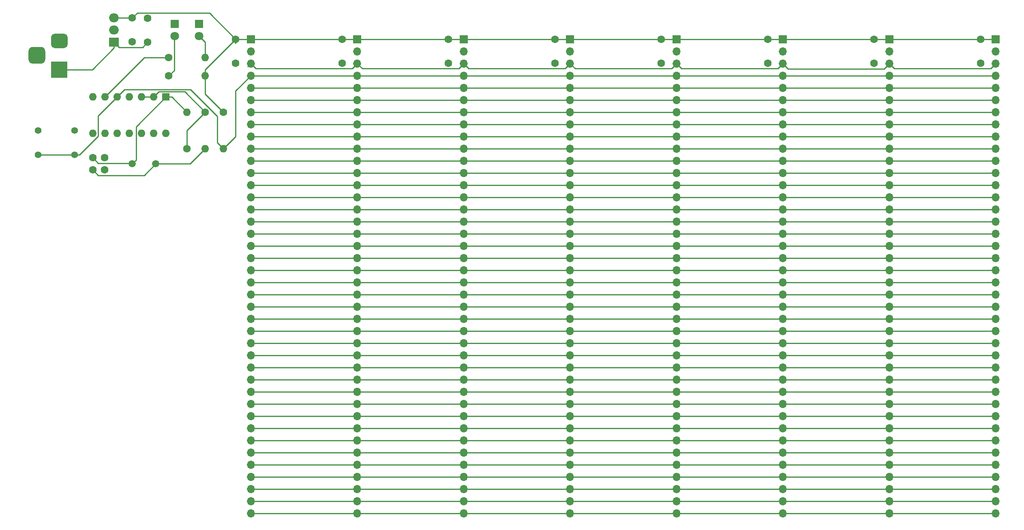
<source format=gbr>
%TF.GenerationSoftware,KiCad,Pcbnew,5.1.6-c6e7f7d~87~ubuntu18.04.1*%
%TF.CreationDate,2020-07-13T16:32:38+01:00*%
%TF.ProjectId,MainBoard_Rev1,4d61696e-426f-4617-9264-5f526576312e,rev?*%
%TF.SameCoordinates,Original*%
%TF.FileFunction,Copper,L1,Top*%
%TF.FilePolarity,Positive*%
%FSLAX46Y46*%
G04 Gerber Fmt 4.6, Leading zero omitted, Abs format (unit mm)*
G04 Created by KiCad (PCBNEW 5.1.6-c6e7f7d~87~ubuntu18.04.1) date 2020-07-13 16:32:38*
%MOMM*%
%LPD*%
G01*
G04 APERTURE LIST*
%TA.AperFunction,ComponentPad*%
%ADD10C,1.600000*%
%TD*%
%TA.AperFunction,ComponentPad*%
%ADD11C,1.500000*%
%TD*%
%TA.AperFunction,ComponentPad*%
%ADD12O,1.600000X1.600000*%
%TD*%
%TA.AperFunction,ComponentPad*%
%ADD13O,2.000000X1.905000*%
%TD*%
%TA.AperFunction,ComponentPad*%
%ADD14R,2.000000X1.905000*%
%TD*%
%TA.AperFunction,ComponentPad*%
%ADD15R,1.600000X1.600000*%
%TD*%
%TA.AperFunction,ComponentPad*%
%ADD16C,1.397000*%
%TD*%
%TA.AperFunction,ComponentPad*%
%ADD17O,1.700000X1.700000*%
%TD*%
%TA.AperFunction,ComponentPad*%
%ADD18R,1.700000X1.700000*%
%TD*%
%TA.AperFunction,ComponentPad*%
%ADD19R,3.500000X3.500000*%
%TD*%
%TA.AperFunction,ComponentPad*%
%ADD20C,1.800000*%
%TD*%
%TA.AperFunction,ComponentPad*%
%ADD21R,1.800000X1.800000*%
%TD*%
%TA.AperFunction,Conductor*%
%ADD22C,0.250000*%
%TD*%
G04 APERTURE END LIST*
D10*
%TO.P,C12,2*%
%TO.N,/GND*%
X230505000Y-57070000D03*
%TO.P,C12,1*%
%TO.N,/+5V*%
X230505000Y-52070000D03*
%TD*%
%TO.P,C11,2*%
%TO.N,/GND*%
X208280000Y-57110000D03*
%TO.P,C11,1*%
%TO.N,/+5V*%
X208280000Y-52110000D03*
%TD*%
%TO.P,C10,2*%
%TO.N,/GND*%
X186055000Y-57070000D03*
%TO.P,C10,1*%
%TO.N,/+5V*%
X186055000Y-52070000D03*
%TD*%
%TO.P,C9,2*%
%TO.N,/GND*%
X163830000Y-57070000D03*
%TO.P,C9,1*%
%TO.N,/+5V*%
X163830000Y-52070000D03*
%TD*%
%TO.P,C8,2*%
%TO.N,/GND*%
X141605000Y-57070000D03*
%TO.P,C8,1*%
%TO.N,/+5V*%
X141605000Y-52070000D03*
%TD*%
%TO.P,C7,2*%
%TO.N,/GND*%
X119380000Y-57070000D03*
%TO.P,C7,1*%
%TO.N,/+5V*%
X119380000Y-52070000D03*
%TD*%
%TO.P,C6,2*%
%TO.N,/GND*%
X97155000Y-57070000D03*
%TO.P,C6,1*%
%TO.N,/+5V*%
X97155000Y-52070000D03*
%TD*%
%TO.P,C5,2*%
%TO.N,/GND*%
X74930000Y-57070000D03*
%TO.P,C5,1*%
%TO.N,/+5V*%
X74930000Y-52070000D03*
%TD*%
%TO.P,C2,2*%
%TO.N,/GND*%
X53340000Y-52625000D03*
%TO.P,C2,1*%
%TO.N,/+5V*%
X53340000Y-47625000D03*
%TD*%
%TO.P,C1,2*%
%TO.N,/GND*%
X56515000Y-47705000D03*
%TO.P,C1,1*%
%TO.N,Net-(C1-Pad1)*%
X56515000Y-52705000D03*
%TD*%
D11*
%TO.P,Y1,2*%
%TO.N,Net-(C4-Pad1)*%
X58220000Y-78105000D03*
%TO.P,Y1,1*%
%TO.N,Net-(C3-Pad1)*%
X53340000Y-78105000D03*
%TD*%
D12*
%TO.P,R5,2*%
%TO.N,/+5V*%
X68580000Y-59690000D03*
D10*
%TO.P,R5,1*%
%TO.N,Net-(D2-Pad2)*%
X60960000Y-59690000D03*
%TD*%
D12*
%TO.P,R4,2*%
%TO.N,Net-(D1-Pad2)*%
X68580000Y-55880000D03*
D10*
%TO.P,R4,1*%
%TO.N,Net-(R4-Pad1)*%
X60960000Y-55880000D03*
%TD*%
D12*
%TO.P,R3,2*%
%TO.N,Net-(J1-Pad4)*%
X72390000Y-74930000D03*
D10*
%TO.P,R3,1*%
%TO.N,/+5V*%
X72390000Y-67310000D03*
%TD*%
D12*
%TO.P,R2,2*%
%TO.N,Net-(C3-Pad1)*%
X64770000Y-67310000D03*
D10*
%TO.P,R2,1*%
%TO.N,Net-(R1-Pad1)*%
X64770000Y-74930000D03*
%TD*%
D12*
%TO.P,R1,2*%
%TO.N,Net-(C4-Pad1)*%
X68580000Y-74930000D03*
D10*
%TO.P,R1,1*%
%TO.N,Net-(R1-Pad1)*%
X68580000Y-67310000D03*
%TD*%
D13*
%TO.P,U2,3*%
%TO.N,/+5V*%
X49530000Y-47625000D03*
%TO.P,U2,2*%
%TO.N,/GND*%
X49530000Y-50165000D03*
D14*
%TO.P,U2,1*%
%TO.N,Net-(C1-Pad1)*%
X49530000Y-52705000D03*
%TD*%
D12*
%TO.P,U1,14*%
%TO.N,/+5V*%
X60325000Y-71755000D03*
%TO.P,U1,7*%
%TO.N,/GND*%
X45085000Y-64135000D03*
%TO.P,U1,13*%
X57785000Y-71755000D03*
%TO.P,U1,6*%
%TO.N,Net-(R4-Pad1)*%
X47625000Y-64135000D03*
%TO.P,U1,12*%
%TO.N,Net-(U1-Pad12)*%
X55245000Y-71755000D03*
%TO.P,U1,5*%
%TO.N,Net-(J1-Pad4)*%
X50165000Y-64135000D03*
%TO.P,U1,11*%
%TO.N,/GND*%
X52705000Y-71755000D03*
%TO.P,U1,4*%
%TO.N,Net-(J1-Pad3)*%
X52705000Y-64135000D03*
%TO.P,U1,10*%
%TO.N,Net-(U1-Pad10)*%
X50165000Y-71755000D03*
%TO.P,U1,3*%
%TO.N,Net-(R1-Pad1)*%
X55245000Y-64135000D03*
%TO.P,U1,9*%
%TO.N,/GND*%
X47625000Y-71755000D03*
%TO.P,U1,2*%
%TO.N,Net-(R1-Pad1)*%
X57785000Y-64135000D03*
%TO.P,U1,8*%
%TO.N,Net-(U1-Pad8)*%
X45085000Y-71755000D03*
D15*
%TO.P,U1,1*%
%TO.N,Net-(C3-Pad1)*%
X60325000Y-64135000D03*
%TD*%
D16*
%TO.P,SW1,2*%
%TO.N,Net-(J1-Pad4)*%
X33655000Y-76200000D03*
%TO.P,SW1,1*%
%TO.N,/GND*%
X33655000Y-71120000D03*
%TO.P,SW1,2*%
%TO.N,Net-(J1-Pad4)*%
X41275000Y-76200000D03*
%TO.P,SW1,1*%
%TO.N,/GND*%
X41275000Y-71120000D03*
%TD*%
D17*
%TO.P,J9,40*%
%TO.N,Net-(J1-Pad40)*%
X233680000Y-151130000D03*
%TO.P,J9,39*%
%TO.N,Net-(J1-Pad39)*%
X233680000Y-148590000D03*
%TO.P,J9,38*%
%TO.N,Net-(J1-Pad38)*%
X233680000Y-146050000D03*
%TO.P,J9,37*%
%TO.N,Net-(J1-Pad37)*%
X233680000Y-143510000D03*
%TO.P,J9,36*%
%TO.N,Net-(J1-Pad36)*%
X233680000Y-140970000D03*
%TO.P,J9,35*%
%TO.N,Net-(J1-Pad35)*%
X233680000Y-138430000D03*
%TO.P,J9,34*%
%TO.N,Net-(J1-Pad34)*%
X233680000Y-135890000D03*
%TO.P,J9,33*%
%TO.N,Net-(J1-Pad33)*%
X233680000Y-133350000D03*
%TO.P,J9,32*%
%TO.N,Net-(J1-Pad32)*%
X233680000Y-130810000D03*
%TO.P,J9,31*%
%TO.N,Net-(J1-Pad31)*%
X233680000Y-128270000D03*
%TO.P,J9,30*%
%TO.N,Net-(J1-Pad30)*%
X233680000Y-125730000D03*
%TO.P,J9,29*%
%TO.N,Net-(J1-Pad29)*%
X233680000Y-123190000D03*
%TO.P,J9,28*%
%TO.N,Net-(J1-Pad28)*%
X233680000Y-120650000D03*
%TO.P,J9,27*%
%TO.N,Net-(J1-Pad27)*%
X233680000Y-118110000D03*
%TO.P,J9,26*%
%TO.N,Net-(J1-Pad26)*%
X233680000Y-115570000D03*
%TO.P,J9,25*%
%TO.N,Net-(J1-Pad25)*%
X233680000Y-113030000D03*
%TO.P,J9,24*%
%TO.N,Net-(J1-Pad24)*%
X233680000Y-110490000D03*
%TO.P,J9,23*%
%TO.N,Net-(J1-Pad23)*%
X233680000Y-107950000D03*
%TO.P,J9,22*%
%TO.N,Net-(J1-Pad22)*%
X233680000Y-105410000D03*
%TO.P,J9,21*%
%TO.N,Net-(J1-Pad21)*%
X233680000Y-102870000D03*
%TO.P,J9,20*%
%TO.N,Net-(J1-Pad20)*%
X233680000Y-100330000D03*
%TO.P,J9,19*%
%TO.N,Net-(J1-Pad19)*%
X233680000Y-97790000D03*
%TO.P,J9,18*%
%TO.N,Net-(J1-Pad18)*%
X233680000Y-95250000D03*
%TO.P,J9,17*%
%TO.N,Net-(J1-Pad17)*%
X233680000Y-92710000D03*
%TO.P,J9,16*%
%TO.N,Net-(J1-Pad16)*%
X233680000Y-90170000D03*
%TO.P,J9,15*%
%TO.N,Net-(J1-Pad15)*%
X233680000Y-87630000D03*
%TO.P,J9,14*%
%TO.N,Net-(J1-Pad14)*%
X233680000Y-85090000D03*
%TO.P,J9,13*%
%TO.N,Net-(J1-Pad13)*%
X233680000Y-82550000D03*
%TO.P,J9,12*%
%TO.N,Net-(J1-Pad12)*%
X233680000Y-80010000D03*
%TO.P,J9,11*%
%TO.N,Net-(J1-Pad11)*%
X233680000Y-77470000D03*
%TO.P,J9,10*%
%TO.N,Net-(J1-Pad10)*%
X233680000Y-74930000D03*
%TO.P,J9,9*%
%TO.N,Net-(J1-Pad9)*%
X233680000Y-72390000D03*
%TO.P,J9,8*%
%TO.N,Net-(J1-Pad8)*%
X233680000Y-69850000D03*
%TO.P,J9,7*%
%TO.N,Net-(J1-Pad7)*%
X233680000Y-67310000D03*
%TO.P,J9,6*%
%TO.N,Net-(J1-Pad6)*%
X233680000Y-64770000D03*
%TO.P,J9,5*%
%TO.N,Net-(J1-Pad5)*%
X233680000Y-62230000D03*
%TO.P,J9,4*%
%TO.N,Net-(J1-Pad4)*%
X233680000Y-59690000D03*
%TO.P,J9,3*%
%TO.N,Net-(J1-Pad3)*%
X233680000Y-57150000D03*
%TO.P,J9,2*%
%TO.N,/GND*%
X233680000Y-54610000D03*
D18*
%TO.P,J9,1*%
%TO.N,/+5V*%
X233680000Y-52070000D03*
%TD*%
D17*
%TO.P,J8,40*%
%TO.N,Net-(J1-Pad40)*%
X211455000Y-151130000D03*
%TO.P,J8,39*%
%TO.N,Net-(J1-Pad39)*%
X211455000Y-148590000D03*
%TO.P,J8,38*%
%TO.N,Net-(J1-Pad38)*%
X211455000Y-146050000D03*
%TO.P,J8,37*%
%TO.N,Net-(J1-Pad37)*%
X211455000Y-143510000D03*
%TO.P,J8,36*%
%TO.N,Net-(J1-Pad36)*%
X211455000Y-140970000D03*
%TO.P,J8,35*%
%TO.N,Net-(J1-Pad35)*%
X211455000Y-138430000D03*
%TO.P,J8,34*%
%TO.N,Net-(J1-Pad34)*%
X211455000Y-135890000D03*
%TO.P,J8,33*%
%TO.N,Net-(J1-Pad33)*%
X211455000Y-133350000D03*
%TO.P,J8,32*%
%TO.N,Net-(J1-Pad32)*%
X211455000Y-130810000D03*
%TO.P,J8,31*%
%TO.N,Net-(J1-Pad31)*%
X211455000Y-128270000D03*
%TO.P,J8,30*%
%TO.N,Net-(J1-Pad30)*%
X211455000Y-125730000D03*
%TO.P,J8,29*%
%TO.N,Net-(J1-Pad29)*%
X211455000Y-123190000D03*
%TO.P,J8,28*%
%TO.N,Net-(J1-Pad28)*%
X211455000Y-120650000D03*
%TO.P,J8,27*%
%TO.N,Net-(J1-Pad27)*%
X211455000Y-118110000D03*
%TO.P,J8,26*%
%TO.N,Net-(J1-Pad26)*%
X211455000Y-115570000D03*
%TO.P,J8,25*%
%TO.N,Net-(J1-Pad25)*%
X211455000Y-113030000D03*
%TO.P,J8,24*%
%TO.N,Net-(J1-Pad24)*%
X211455000Y-110490000D03*
%TO.P,J8,23*%
%TO.N,Net-(J1-Pad23)*%
X211455000Y-107950000D03*
%TO.P,J8,22*%
%TO.N,Net-(J1-Pad22)*%
X211455000Y-105410000D03*
%TO.P,J8,21*%
%TO.N,Net-(J1-Pad21)*%
X211455000Y-102870000D03*
%TO.P,J8,20*%
%TO.N,Net-(J1-Pad20)*%
X211455000Y-100330000D03*
%TO.P,J8,19*%
%TO.N,Net-(J1-Pad19)*%
X211455000Y-97790000D03*
%TO.P,J8,18*%
%TO.N,Net-(J1-Pad18)*%
X211455000Y-95250000D03*
%TO.P,J8,17*%
%TO.N,Net-(J1-Pad17)*%
X211455000Y-92710000D03*
%TO.P,J8,16*%
%TO.N,Net-(J1-Pad16)*%
X211455000Y-90170000D03*
%TO.P,J8,15*%
%TO.N,Net-(J1-Pad15)*%
X211455000Y-87630000D03*
%TO.P,J8,14*%
%TO.N,Net-(J1-Pad14)*%
X211455000Y-85090000D03*
%TO.P,J8,13*%
%TO.N,Net-(J1-Pad13)*%
X211455000Y-82550000D03*
%TO.P,J8,12*%
%TO.N,Net-(J1-Pad12)*%
X211455000Y-80010000D03*
%TO.P,J8,11*%
%TO.N,Net-(J1-Pad11)*%
X211455000Y-77470000D03*
%TO.P,J8,10*%
%TO.N,Net-(J1-Pad10)*%
X211455000Y-74930000D03*
%TO.P,J8,9*%
%TO.N,Net-(J1-Pad9)*%
X211455000Y-72390000D03*
%TO.P,J8,8*%
%TO.N,Net-(J1-Pad8)*%
X211455000Y-69850000D03*
%TO.P,J8,7*%
%TO.N,Net-(J1-Pad7)*%
X211455000Y-67310000D03*
%TO.P,J8,6*%
%TO.N,Net-(J1-Pad6)*%
X211455000Y-64770000D03*
%TO.P,J8,5*%
%TO.N,Net-(J1-Pad5)*%
X211455000Y-62230000D03*
%TO.P,J8,4*%
%TO.N,Net-(J1-Pad4)*%
X211455000Y-59690000D03*
%TO.P,J8,3*%
%TO.N,Net-(J1-Pad3)*%
X211455000Y-57150000D03*
%TO.P,J8,2*%
%TO.N,/GND*%
X211455000Y-54610000D03*
D18*
%TO.P,J8,1*%
%TO.N,/+5V*%
X211455000Y-52070000D03*
%TD*%
D17*
%TO.P,J7,40*%
%TO.N,Net-(J1-Pad40)*%
X189230000Y-151130000D03*
%TO.P,J7,39*%
%TO.N,Net-(J1-Pad39)*%
X189230000Y-148590000D03*
%TO.P,J7,38*%
%TO.N,Net-(J1-Pad38)*%
X189230000Y-146050000D03*
%TO.P,J7,37*%
%TO.N,Net-(J1-Pad37)*%
X189230000Y-143510000D03*
%TO.P,J7,36*%
%TO.N,Net-(J1-Pad36)*%
X189230000Y-140970000D03*
%TO.P,J7,35*%
%TO.N,Net-(J1-Pad35)*%
X189230000Y-138430000D03*
%TO.P,J7,34*%
%TO.N,Net-(J1-Pad34)*%
X189230000Y-135890000D03*
%TO.P,J7,33*%
%TO.N,Net-(J1-Pad33)*%
X189230000Y-133350000D03*
%TO.P,J7,32*%
%TO.N,Net-(J1-Pad32)*%
X189230000Y-130810000D03*
%TO.P,J7,31*%
%TO.N,Net-(J1-Pad31)*%
X189230000Y-128270000D03*
%TO.P,J7,30*%
%TO.N,Net-(J1-Pad30)*%
X189230000Y-125730000D03*
%TO.P,J7,29*%
%TO.N,Net-(J1-Pad29)*%
X189230000Y-123190000D03*
%TO.P,J7,28*%
%TO.N,Net-(J1-Pad28)*%
X189230000Y-120650000D03*
%TO.P,J7,27*%
%TO.N,Net-(J1-Pad27)*%
X189230000Y-118110000D03*
%TO.P,J7,26*%
%TO.N,Net-(J1-Pad26)*%
X189230000Y-115570000D03*
%TO.P,J7,25*%
%TO.N,Net-(J1-Pad25)*%
X189230000Y-113030000D03*
%TO.P,J7,24*%
%TO.N,Net-(J1-Pad24)*%
X189230000Y-110490000D03*
%TO.P,J7,23*%
%TO.N,Net-(J1-Pad23)*%
X189230000Y-107950000D03*
%TO.P,J7,22*%
%TO.N,Net-(J1-Pad22)*%
X189230000Y-105410000D03*
%TO.P,J7,21*%
%TO.N,Net-(J1-Pad21)*%
X189230000Y-102870000D03*
%TO.P,J7,20*%
%TO.N,Net-(J1-Pad20)*%
X189230000Y-100330000D03*
%TO.P,J7,19*%
%TO.N,Net-(J1-Pad19)*%
X189230000Y-97790000D03*
%TO.P,J7,18*%
%TO.N,Net-(J1-Pad18)*%
X189230000Y-95250000D03*
%TO.P,J7,17*%
%TO.N,Net-(J1-Pad17)*%
X189230000Y-92710000D03*
%TO.P,J7,16*%
%TO.N,Net-(J1-Pad16)*%
X189230000Y-90170000D03*
%TO.P,J7,15*%
%TO.N,Net-(J1-Pad15)*%
X189230000Y-87630000D03*
%TO.P,J7,14*%
%TO.N,Net-(J1-Pad14)*%
X189230000Y-85090000D03*
%TO.P,J7,13*%
%TO.N,Net-(J1-Pad13)*%
X189230000Y-82550000D03*
%TO.P,J7,12*%
%TO.N,Net-(J1-Pad12)*%
X189230000Y-80010000D03*
%TO.P,J7,11*%
%TO.N,Net-(J1-Pad11)*%
X189230000Y-77470000D03*
%TO.P,J7,10*%
%TO.N,Net-(J1-Pad10)*%
X189230000Y-74930000D03*
%TO.P,J7,9*%
%TO.N,Net-(J1-Pad9)*%
X189230000Y-72390000D03*
%TO.P,J7,8*%
%TO.N,Net-(J1-Pad8)*%
X189230000Y-69850000D03*
%TO.P,J7,7*%
%TO.N,Net-(J1-Pad7)*%
X189230000Y-67310000D03*
%TO.P,J7,6*%
%TO.N,Net-(J1-Pad6)*%
X189230000Y-64770000D03*
%TO.P,J7,5*%
%TO.N,Net-(J1-Pad5)*%
X189230000Y-62230000D03*
%TO.P,J7,4*%
%TO.N,Net-(J1-Pad4)*%
X189230000Y-59690000D03*
%TO.P,J7,3*%
%TO.N,Net-(J1-Pad3)*%
X189230000Y-57150000D03*
%TO.P,J7,2*%
%TO.N,/GND*%
X189230000Y-54610000D03*
D18*
%TO.P,J7,1*%
%TO.N,/+5V*%
X189230000Y-52070000D03*
%TD*%
D17*
%TO.P,J6,40*%
%TO.N,Net-(J1-Pad40)*%
X167005000Y-151130000D03*
%TO.P,J6,39*%
%TO.N,Net-(J1-Pad39)*%
X167005000Y-148590000D03*
%TO.P,J6,38*%
%TO.N,Net-(J1-Pad38)*%
X167005000Y-146050000D03*
%TO.P,J6,37*%
%TO.N,Net-(J1-Pad37)*%
X167005000Y-143510000D03*
%TO.P,J6,36*%
%TO.N,Net-(J1-Pad36)*%
X167005000Y-140970000D03*
%TO.P,J6,35*%
%TO.N,Net-(J1-Pad35)*%
X167005000Y-138430000D03*
%TO.P,J6,34*%
%TO.N,Net-(J1-Pad34)*%
X167005000Y-135890000D03*
%TO.P,J6,33*%
%TO.N,Net-(J1-Pad33)*%
X167005000Y-133350000D03*
%TO.P,J6,32*%
%TO.N,Net-(J1-Pad32)*%
X167005000Y-130810000D03*
%TO.P,J6,31*%
%TO.N,Net-(J1-Pad31)*%
X167005000Y-128270000D03*
%TO.P,J6,30*%
%TO.N,Net-(J1-Pad30)*%
X167005000Y-125730000D03*
%TO.P,J6,29*%
%TO.N,Net-(J1-Pad29)*%
X167005000Y-123190000D03*
%TO.P,J6,28*%
%TO.N,Net-(J1-Pad28)*%
X167005000Y-120650000D03*
%TO.P,J6,27*%
%TO.N,Net-(J1-Pad27)*%
X167005000Y-118110000D03*
%TO.P,J6,26*%
%TO.N,Net-(J1-Pad26)*%
X167005000Y-115570000D03*
%TO.P,J6,25*%
%TO.N,Net-(J1-Pad25)*%
X167005000Y-113030000D03*
%TO.P,J6,24*%
%TO.N,Net-(J1-Pad24)*%
X167005000Y-110490000D03*
%TO.P,J6,23*%
%TO.N,Net-(J1-Pad23)*%
X167005000Y-107950000D03*
%TO.P,J6,22*%
%TO.N,Net-(J1-Pad22)*%
X167005000Y-105410000D03*
%TO.P,J6,21*%
%TO.N,Net-(J1-Pad21)*%
X167005000Y-102870000D03*
%TO.P,J6,20*%
%TO.N,Net-(J1-Pad20)*%
X167005000Y-100330000D03*
%TO.P,J6,19*%
%TO.N,Net-(J1-Pad19)*%
X167005000Y-97790000D03*
%TO.P,J6,18*%
%TO.N,Net-(J1-Pad18)*%
X167005000Y-95250000D03*
%TO.P,J6,17*%
%TO.N,Net-(J1-Pad17)*%
X167005000Y-92710000D03*
%TO.P,J6,16*%
%TO.N,Net-(J1-Pad16)*%
X167005000Y-90170000D03*
%TO.P,J6,15*%
%TO.N,Net-(J1-Pad15)*%
X167005000Y-87630000D03*
%TO.P,J6,14*%
%TO.N,Net-(J1-Pad14)*%
X167005000Y-85090000D03*
%TO.P,J6,13*%
%TO.N,Net-(J1-Pad13)*%
X167005000Y-82550000D03*
%TO.P,J6,12*%
%TO.N,Net-(J1-Pad12)*%
X167005000Y-80010000D03*
%TO.P,J6,11*%
%TO.N,Net-(J1-Pad11)*%
X167005000Y-77470000D03*
%TO.P,J6,10*%
%TO.N,Net-(J1-Pad10)*%
X167005000Y-74930000D03*
%TO.P,J6,9*%
%TO.N,Net-(J1-Pad9)*%
X167005000Y-72390000D03*
%TO.P,J6,8*%
%TO.N,Net-(J1-Pad8)*%
X167005000Y-69850000D03*
%TO.P,J6,7*%
%TO.N,Net-(J1-Pad7)*%
X167005000Y-67310000D03*
%TO.P,J6,6*%
%TO.N,Net-(J1-Pad6)*%
X167005000Y-64770000D03*
%TO.P,J6,5*%
%TO.N,Net-(J1-Pad5)*%
X167005000Y-62230000D03*
%TO.P,J6,4*%
%TO.N,Net-(J1-Pad4)*%
X167005000Y-59690000D03*
%TO.P,J6,3*%
%TO.N,Net-(J1-Pad3)*%
X167005000Y-57150000D03*
%TO.P,J6,2*%
%TO.N,/GND*%
X167005000Y-54610000D03*
D18*
%TO.P,J6,1*%
%TO.N,/+5V*%
X167005000Y-52070000D03*
%TD*%
D17*
%TO.P,J5,40*%
%TO.N,Net-(J1-Pad40)*%
X144780000Y-151130000D03*
%TO.P,J5,39*%
%TO.N,Net-(J1-Pad39)*%
X144780000Y-148590000D03*
%TO.P,J5,38*%
%TO.N,Net-(J1-Pad38)*%
X144780000Y-146050000D03*
%TO.P,J5,37*%
%TO.N,Net-(J1-Pad37)*%
X144780000Y-143510000D03*
%TO.P,J5,36*%
%TO.N,Net-(J1-Pad36)*%
X144780000Y-140970000D03*
%TO.P,J5,35*%
%TO.N,Net-(J1-Pad35)*%
X144780000Y-138430000D03*
%TO.P,J5,34*%
%TO.N,Net-(J1-Pad34)*%
X144780000Y-135890000D03*
%TO.P,J5,33*%
%TO.N,Net-(J1-Pad33)*%
X144780000Y-133350000D03*
%TO.P,J5,32*%
%TO.N,Net-(J1-Pad32)*%
X144780000Y-130810000D03*
%TO.P,J5,31*%
%TO.N,Net-(J1-Pad31)*%
X144780000Y-128270000D03*
%TO.P,J5,30*%
%TO.N,Net-(J1-Pad30)*%
X144780000Y-125730000D03*
%TO.P,J5,29*%
%TO.N,Net-(J1-Pad29)*%
X144780000Y-123190000D03*
%TO.P,J5,28*%
%TO.N,Net-(J1-Pad28)*%
X144780000Y-120650000D03*
%TO.P,J5,27*%
%TO.N,Net-(J1-Pad27)*%
X144780000Y-118110000D03*
%TO.P,J5,26*%
%TO.N,Net-(J1-Pad26)*%
X144780000Y-115570000D03*
%TO.P,J5,25*%
%TO.N,Net-(J1-Pad25)*%
X144780000Y-113030000D03*
%TO.P,J5,24*%
%TO.N,Net-(J1-Pad24)*%
X144780000Y-110490000D03*
%TO.P,J5,23*%
%TO.N,Net-(J1-Pad23)*%
X144780000Y-107950000D03*
%TO.P,J5,22*%
%TO.N,Net-(J1-Pad22)*%
X144780000Y-105410000D03*
%TO.P,J5,21*%
%TO.N,Net-(J1-Pad21)*%
X144780000Y-102870000D03*
%TO.P,J5,20*%
%TO.N,Net-(J1-Pad20)*%
X144780000Y-100330000D03*
%TO.P,J5,19*%
%TO.N,Net-(J1-Pad19)*%
X144780000Y-97790000D03*
%TO.P,J5,18*%
%TO.N,Net-(J1-Pad18)*%
X144780000Y-95250000D03*
%TO.P,J5,17*%
%TO.N,Net-(J1-Pad17)*%
X144780000Y-92710000D03*
%TO.P,J5,16*%
%TO.N,Net-(J1-Pad16)*%
X144780000Y-90170000D03*
%TO.P,J5,15*%
%TO.N,Net-(J1-Pad15)*%
X144780000Y-87630000D03*
%TO.P,J5,14*%
%TO.N,Net-(J1-Pad14)*%
X144780000Y-85090000D03*
%TO.P,J5,13*%
%TO.N,Net-(J1-Pad13)*%
X144780000Y-82550000D03*
%TO.P,J5,12*%
%TO.N,Net-(J1-Pad12)*%
X144780000Y-80010000D03*
%TO.P,J5,11*%
%TO.N,Net-(J1-Pad11)*%
X144780000Y-77470000D03*
%TO.P,J5,10*%
%TO.N,Net-(J1-Pad10)*%
X144780000Y-74930000D03*
%TO.P,J5,9*%
%TO.N,Net-(J1-Pad9)*%
X144780000Y-72390000D03*
%TO.P,J5,8*%
%TO.N,Net-(J1-Pad8)*%
X144780000Y-69850000D03*
%TO.P,J5,7*%
%TO.N,Net-(J1-Pad7)*%
X144780000Y-67310000D03*
%TO.P,J5,6*%
%TO.N,Net-(J1-Pad6)*%
X144780000Y-64770000D03*
%TO.P,J5,5*%
%TO.N,Net-(J1-Pad5)*%
X144780000Y-62230000D03*
%TO.P,J5,4*%
%TO.N,Net-(J1-Pad4)*%
X144780000Y-59690000D03*
%TO.P,J5,3*%
%TO.N,Net-(J1-Pad3)*%
X144780000Y-57150000D03*
%TO.P,J5,2*%
%TO.N,/GND*%
X144780000Y-54610000D03*
D18*
%TO.P,J5,1*%
%TO.N,/+5V*%
X144780000Y-52070000D03*
%TD*%
D17*
%TO.P,J4,40*%
%TO.N,Net-(J1-Pad40)*%
X122555000Y-151130000D03*
%TO.P,J4,39*%
%TO.N,Net-(J1-Pad39)*%
X122555000Y-148590000D03*
%TO.P,J4,38*%
%TO.N,Net-(J1-Pad38)*%
X122555000Y-146050000D03*
%TO.P,J4,37*%
%TO.N,Net-(J1-Pad37)*%
X122555000Y-143510000D03*
%TO.P,J4,36*%
%TO.N,Net-(J1-Pad36)*%
X122555000Y-140970000D03*
%TO.P,J4,35*%
%TO.N,Net-(J1-Pad35)*%
X122555000Y-138430000D03*
%TO.P,J4,34*%
%TO.N,Net-(J1-Pad34)*%
X122555000Y-135890000D03*
%TO.P,J4,33*%
%TO.N,Net-(J1-Pad33)*%
X122555000Y-133350000D03*
%TO.P,J4,32*%
%TO.N,Net-(J1-Pad32)*%
X122555000Y-130810000D03*
%TO.P,J4,31*%
%TO.N,Net-(J1-Pad31)*%
X122555000Y-128270000D03*
%TO.P,J4,30*%
%TO.N,Net-(J1-Pad30)*%
X122555000Y-125730000D03*
%TO.P,J4,29*%
%TO.N,Net-(J1-Pad29)*%
X122555000Y-123190000D03*
%TO.P,J4,28*%
%TO.N,Net-(J1-Pad28)*%
X122555000Y-120650000D03*
%TO.P,J4,27*%
%TO.N,Net-(J1-Pad27)*%
X122555000Y-118110000D03*
%TO.P,J4,26*%
%TO.N,Net-(J1-Pad26)*%
X122555000Y-115570000D03*
%TO.P,J4,25*%
%TO.N,Net-(J1-Pad25)*%
X122555000Y-113030000D03*
%TO.P,J4,24*%
%TO.N,Net-(J1-Pad24)*%
X122555000Y-110490000D03*
%TO.P,J4,23*%
%TO.N,Net-(J1-Pad23)*%
X122555000Y-107950000D03*
%TO.P,J4,22*%
%TO.N,Net-(J1-Pad22)*%
X122555000Y-105410000D03*
%TO.P,J4,21*%
%TO.N,Net-(J1-Pad21)*%
X122555000Y-102870000D03*
%TO.P,J4,20*%
%TO.N,Net-(J1-Pad20)*%
X122555000Y-100330000D03*
%TO.P,J4,19*%
%TO.N,Net-(J1-Pad19)*%
X122555000Y-97790000D03*
%TO.P,J4,18*%
%TO.N,Net-(J1-Pad18)*%
X122555000Y-95250000D03*
%TO.P,J4,17*%
%TO.N,Net-(J1-Pad17)*%
X122555000Y-92710000D03*
%TO.P,J4,16*%
%TO.N,Net-(J1-Pad16)*%
X122555000Y-90170000D03*
%TO.P,J4,15*%
%TO.N,Net-(J1-Pad15)*%
X122555000Y-87630000D03*
%TO.P,J4,14*%
%TO.N,Net-(J1-Pad14)*%
X122555000Y-85090000D03*
%TO.P,J4,13*%
%TO.N,Net-(J1-Pad13)*%
X122555000Y-82550000D03*
%TO.P,J4,12*%
%TO.N,Net-(J1-Pad12)*%
X122555000Y-80010000D03*
%TO.P,J4,11*%
%TO.N,Net-(J1-Pad11)*%
X122555000Y-77470000D03*
%TO.P,J4,10*%
%TO.N,Net-(J1-Pad10)*%
X122555000Y-74930000D03*
%TO.P,J4,9*%
%TO.N,Net-(J1-Pad9)*%
X122555000Y-72390000D03*
%TO.P,J4,8*%
%TO.N,Net-(J1-Pad8)*%
X122555000Y-69850000D03*
%TO.P,J4,7*%
%TO.N,Net-(J1-Pad7)*%
X122555000Y-67310000D03*
%TO.P,J4,6*%
%TO.N,Net-(J1-Pad6)*%
X122555000Y-64770000D03*
%TO.P,J4,5*%
%TO.N,Net-(J1-Pad5)*%
X122555000Y-62230000D03*
%TO.P,J4,4*%
%TO.N,Net-(J1-Pad4)*%
X122555000Y-59690000D03*
%TO.P,J4,3*%
%TO.N,Net-(J1-Pad3)*%
X122555000Y-57150000D03*
%TO.P,J4,2*%
%TO.N,/GND*%
X122555000Y-54610000D03*
D18*
%TO.P,J4,1*%
%TO.N,/+5V*%
X122555000Y-52070000D03*
%TD*%
D17*
%TO.P,J3,40*%
%TO.N,Net-(J1-Pad40)*%
X100330000Y-151130000D03*
%TO.P,J3,39*%
%TO.N,Net-(J1-Pad39)*%
X100330000Y-148590000D03*
%TO.P,J3,38*%
%TO.N,Net-(J1-Pad38)*%
X100330000Y-146050000D03*
%TO.P,J3,37*%
%TO.N,Net-(J1-Pad37)*%
X100330000Y-143510000D03*
%TO.P,J3,36*%
%TO.N,Net-(J1-Pad36)*%
X100330000Y-140970000D03*
%TO.P,J3,35*%
%TO.N,Net-(J1-Pad35)*%
X100330000Y-138430000D03*
%TO.P,J3,34*%
%TO.N,Net-(J1-Pad34)*%
X100330000Y-135890000D03*
%TO.P,J3,33*%
%TO.N,Net-(J1-Pad33)*%
X100330000Y-133350000D03*
%TO.P,J3,32*%
%TO.N,Net-(J1-Pad32)*%
X100330000Y-130810000D03*
%TO.P,J3,31*%
%TO.N,Net-(J1-Pad31)*%
X100330000Y-128270000D03*
%TO.P,J3,30*%
%TO.N,Net-(J1-Pad30)*%
X100330000Y-125730000D03*
%TO.P,J3,29*%
%TO.N,Net-(J1-Pad29)*%
X100330000Y-123190000D03*
%TO.P,J3,28*%
%TO.N,Net-(J1-Pad28)*%
X100330000Y-120650000D03*
%TO.P,J3,27*%
%TO.N,Net-(J1-Pad27)*%
X100330000Y-118110000D03*
%TO.P,J3,26*%
%TO.N,Net-(J1-Pad26)*%
X100330000Y-115570000D03*
%TO.P,J3,25*%
%TO.N,Net-(J1-Pad25)*%
X100330000Y-113030000D03*
%TO.P,J3,24*%
%TO.N,Net-(J1-Pad24)*%
X100330000Y-110490000D03*
%TO.P,J3,23*%
%TO.N,Net-(J1-Pad23)*%
X100330000Y-107950000D03*
%TO.P,J3,22*%
%TO.N,Net-(J1-Pad22)*%
X100330000Y-105410000D03*
%TO.P,J3,21*%
%TO.N,Net-(J1-Pad21)*%
X100330000Y-102870000D03*
%TO.P,J3,20*%
%TO.N,Net-(J1-Pad20)*%
X100330000Y-100330000D03*
%TO.P,J3,19*%
%TO.N,Net-(J1-Pad19)*%
X100330000Y-97790000D03*
%TO.P,J3,18*%
%TO.N,Net-(J1-Pad18)*%
X100330000Y-95250000D03*
%TO.P,J3,17*%
%TO.N,Net-(J1-Pad17)*%
X100330000Y-92710000D03*
%TO.P,J3,16*%
%TO.N,Net-(J1-Pad16)*%
X100330000Y-90170000D03*
%TO.P,J3,15*%
%TO.N,Net-(J1-Pad15)*%
X100330000Y-87630000D03*
%TO.P,J3,14*%
%TO.N,Net-(J1-Pad14)*%
X100330000Y-85090000D03*
%TO.P,J3,13*%
%TO.N,Net-(J1-Pad13)*%
X100330000Y-82550000D03*
%TO.P,J3,12*%
%TO.N,Net-(J1-Pad12)*%
X100330000Y-80010000D03*
%TO.P,J3,11*%
%TO.N,Net-(J1-Pad11)*%
X100330000Y-77470000D03*
%TO.P,J3,10*%
%TO.N,Net-(J1-Pad10)*%
X100330000Y-74930000D03*
%TO.P,J3,9*%
%TO.N,Net-(J1-Pad9)*%
X100330000Y-72390000D03*
%TO.P,J3,8*%
%TO.N,Net-(J1-Pad8)*%
X100330000Y-69850000D03*
%TO.P,J3,7*%
%TO.N,Net-(J1-Pad7)*%
X100330000Y-67310000D03*
%TO.P,J3,6*%
%TO.N,Net-(J1-Pad6)*%
X100330000Y-64770000D03*
%TO.P,J3,5*%
%TO.N,Net-(J1-Pad5)*%
X100330000Y-62230000D03*
%TO.P,J3,4*%
%TO.N,Net-(J1-Pad4)*%
X100330000Y-59690000D03*
%TO.P,J3,3*%
%TO.N,Net-(J1-Pad3)*%
X100330000Y-57150000D03*
%TO.P,J3,2*%
%TO.N,/GND*%
X100330000Y-54610000D03*
D18*
%TO.P,J3,1*%
%TO.N,/+5V*%
X100330000Y-52070000D03*
%TD*%
%TO.P,J2,3*%
%TO.N,Net-(J2-Pad3)*%
%TA.AperFunction,ComponentPad*%
G36*
G01*
X32525000Y-53670000D02*
X34275000Y-53670000D01*
G75*
G02*
X35150000Y-54545000I0J-875000D01*
G01*
X35150000Y-56295000D01*
G75*
G02*
X34275000Y-57170000I-875000J0D01*
G01*
X32525000Y-57170000D01*
G75*
G02*
X31650000Y-56295000I0J875000D01*
G01*
X31650000Y-54545000D01*
G75*
G02*
X32525000Y-53670000I875000J0D01*
G01*
G37*
%TD.AperFunction*%
%TO.P,J2,2*%
%TO.N,/GND*%
%TA.AperFunction,ComponentPad*%
G36*
G01*
X37100000Y-50920000D02*
X39100000Y-50920000D01*
G75*
G02*
X39850000Y-51670000I0J-750000D01*
G01*
X39850000Y-53170000D01*
G75*
G02*
X39100000Y-53920000I-750000J0D01*
G01*
X37100000Y-53920000D01*
G75*
G02*
X36350000Y-53170000I0J750000D01*
G01*
X36350000Y-51670000D01*
G75*
G02*
X37100000Y-50920000I750000J0D01*
G01*
G37*
%TD.AperFunction*%
D19*
%TO.P,J2,1*%
%TO.N,Net-(C1-Pad1)*%
X38100000Y-58420000D03*
%TD*%
D17*
%TO.P,J1,40*%
%TO.N,Net-(J1-Pad40)*%
X78105000Y-151130000D03*
%TO.P,J1,39*%
%TO.N,Net-(J1-Pad39)*%
X78105000Y-148590000D03*
%TO.P,J1,38*%
%TO.N,Net-(J1-Pad38)*%
X78105000Y-146050000D03*
%TO.P,J1,37*%
%TO.N,Net-(J1-Pad37)*%
X78105000Y-143510000D03*
%TO.P,J1,36*%
%TO.N,Net-(J1-Pad36)*%
X78105000Y-140970000D03*
%TO.P,J1,35*%
%TO.N,Net-(J1-Pad35)*%
X78105000Y-138430000D03*
%TO.P,J1,34*%
%TO.N,Net-(J1-Pad34)*%
X78105000Y-135890000D03*
%TO.P,J1,33*%
%TO.N,Net-(J1-Pad33)*%
X78105000Y-133350000D03*
%TO.P,J1,32*%
%TO.N,Net-(J1-Pad32)*%
X78105000Y-130810000D03*
%TO.P,J1,31*%
%TO.N,Net-(J1-Pad31)*%
X78105000Y-128270000D03*
%TO.P,J1,30*%
%TO.N,Net-(J1-Pad30)*%
X78105000Y-125730000D03*
%TO.P,J1,29*%
%TO.N,Net-(J1-Pad29)*%
X78105000Y-123190000D03*
%TO.P,J1,28*%
%TO.N,Net-(J1-Pad28)*%
X78105000Y-120650000D03*
%TO.P,J1,27*%
%TO.N,Net-(J1-Pad27)*%
X78105000Y-118110000D03*
%TO.P,J1,26*%
%TO.N,Net-(J1-Pad26)*%
X78105000Y-115570000D03*
%TO.P,J1,25*%
%TO.N,Net-(J1-Pad25)*%
X78105000Y-113030000D03*
%TO.P,J1,24*%
%TO.N,Net-(J1-Pad24)*%
X78105000Y-110490000D03*
%TO.P,J1,23*%
%TO.N,Net-(J1-Pad23)*%
X78105000Y-107950000D03*
%TO.P,J1,22*%
%TO.N,Net-(J1-Pad22)*%
X78105000Y-105410000D03*
%TO.P,J1,21*%
%TO.N,Net-(J1-Pad21)*%
X78105000Y-102870000D03*
%TO.P,J1,20*%
%TO.N,Net-(J1-Pad20)*%
X78105000Y-100330000D03*
%TO.P,J1,19*%
%TO.N,Net-(J1-Pad19)*%
X78105000Y-97790000D03*
%TO.P,J1,18*%
%TO.N,Net-(J1-Pad18)*%
X78105000Y-95250000D03*
%TO.P,J1,17*%
%TO.N,Net-(J1-Pad17)*%
X78105000Y-92710000D03*
%TO.P,J1,16*%
%TO.N,Net-(J1-Pad16)*%
X78105000Y-90170000D03*
%TO.P,J1,15*%
%TO.N,Net-(J1-Pad15)*%
X78105000Y-87630000D03*
%TO.P,J1,14*%
%TO.N,Net-(J1-Pad14)*%
X78105000Y-85090000D03*
%TO.P,J1,13*%
%TO.N,Net-(J1-Pad13)*%
X78105000Y-82550000D03*
%TO.P,J1,12*%
%TO.N,Net-(J1-Pad12)*%
X78105000Y-80010000D03*
%TO.P,J1,11*%
%TO.N,Net-(J1-Pad11)*%
X78105000Y-77470000D03*
%TO.P,J1,10*%
%TO.N,Net-(J1-Pad10)*%
X78105000Y-74930000D03*
%TO.P,J1,9*%
%TO.N,Net-(J1-Pad9)*%
X78105000Y-72390000D03*
%TO.P,J1,8*%
%TO.N,Net-(J1-Pad8)*%
X78105000Y-69850000D03*
%TO.P,J1,7*%
%TO.N,Net-(J1-Pad7)*%
X78105000Y-67310000D03*
%TO.P,J1,6*%
%TO.N,Net-(J1-Pad6)*%
X78105000Y-64770000D03*
%TO.P,J1,5*%
%TO.N,Net-(J1-Pad5)*%
X78105000Y-62230000D03*
%TO.P,J1,4*%
%TO.N,Net-(J1-Pad4)*%
X78105000Y-59690000D03*
%TO.P,J1,3*%
%TO.N,Net-(J1-Pad3)*%
X78105000Y-57150000D03*
%TO.P,J1,2*%
%TO.N,/GND*%
X78105000Y-54610000D03*
D18*
%TO.P,J1,1*%
%TO.N,/+5V*%
X78105000Y-52070000D03*
%TD*%
D20*
%TO.P,D2,2*%
%TO.N,Net-(D2-Pad2)*%
X62230000Y-51435000D03*
D21*
%TO.P,D2,1*%
%TO.N,/GND*%
X62230000Y-48895000D03*
%TD*%
D20*
%TO.P,D1,2*%
%TO.N,Net-(D1-Pad2)*%
X67310000Y-51435000D03*
D21*
%TO.P,D1,1*%
%TO.N,/GND*%
X67310000Y-48895000D03*
%TD*%
D10*
%TO.P,C4,2*%
%TO.N,/GND*%
X47585000Y-79375000D03*
%TO.P,C4,1*%
%TO.N,Net-(C4-Pad1)*%
X45085000Y-79375000D03*
%TD*%
%TO.P,C3,2*%
%TO.N,/GND*%
X47585000Y-76835000D03*
%TO.P,C3,1*%
%TO.N,Net-(C3-Pad1)*%
X45085000Y-76835000D03*
%TD*%
D22*
%TO.N,Net-(C1-Pad1)*%
X45017500Y-58420000D02*
X38100000Y-58420000D01*
X49530000Y-53907500D02*
X45017500Y-58420000D01*
X49530000Y-52705000D02*
X49530000Y-53907500D01*
X49530000Y-52705000D02*
X49530000Y-53340000D01*
X55469999Y-53750001D02*
X56515000Y-52705000D01*
X50575001Y-53750001D02*
X55469999Y-53750001D01*
X49530000Y-52705000D02*
X50575001Y-53750001D01*
%TO.N,Net-(C3-Pad1)*%
X53195001Y-77960001D02*
X53340000Y-78105000D01*
X46210001Y-77960001D02*
X53195001Y-77960001D01*
X45085000Y-76835000D02*
X46210001Y-77960001D01*
X54119999Y-77325001D02*
X53340000Y-78105000D01*
X54119999Y-70340001D02*
X54119999Y-77325001D01*
X60325000Y-64135000D02*
X54119999Y-70340001D01*
X61595000Y-64135000D02*
X64770000Y-67310000D01*
X60325000Y-64135000D02*
X61595000Y-64135000D01*
%TO.N,Net-(C4-Pad1)*%
X55824999Y-80500001D02*
X58220000Y-78105000D01*
X45085000Y-79375000D02*
X46210001Y-80500001D01*
X46210001Y-80500001D02*
X55824999Y-80500001D01*
X58220000Y-78105000D02*
X65405000Y-78105000D01*
X65405000Y-78105000D02*
X68580000Y-74930000D01*
%TO.N,Net-(D1-Pad2)*%
X68580000Y-52705000D02*
X67310000Y-51435000D01*
X68580000Y-55880000D02*
X68580000Y-52705000D01*
%TO.N,Net-(D2-Pad2)*%
X62085001Y-51579999D02*
X62230000Y-51435000D01*
X62085001Y-58564999D02*
X62085001Y-51579999D01*
X60960000Y-59690000D02*
X62085001Y-58564999D01*
%TO.N,Net-(J1-Pad36)*%
X233680000Y-140970000D02*
X78105000Y-140970000D01*
%TO.N,Net-(J1-Pad35)*%
X78105000Y-138430000D02*
X233680000Y-138430000D01*
%TO.N,Net-(J1-Pad34)*%
X78105000Y-135890000D02*
X233680000Y-135890000D01*
%TO.N,Net-(J1-Pad33)*%
X233680000Y-133350000D02*
X78105000Y-133350000D01*
%TO.N,Net-(J1-Pad32)*%
X78105000Y-130810000D02*
X233680000Y-130810000D01*
%TO.N,Net-(J1-Pad31)*%
X233680000Y-128270000D02*
X78105000Y-128270000D01*
%TO.N,Net-(J1-Pad30)*%
X78105000Y-125730000D02*
X233680000Y-125730000D01*
%TO.N,Net-(J1-Pad29)*%
X233680000Y-123190000D02*
X78105000Y-123190000D01*
%TO.N,Net-(J1-Pad28)*%
X78105000Y-120650000D02*
X233680000Y-120650000D01*
%TO.N,Net-(J1-Pad27)*%
X78105000Y-118110000D02*
X233680000Y-118110000D01*
%TO.N,Net-(J1-Pad26)*%
X233680000Y-115570000D02*
X78105000Y-115570000D01*
%TO.N,Net-(J1-Pad25)*%
X78105000Y-113030000D02*
X233680000Y-113030000D01*
%TO.N,Net-(J1-Pad24)*%
X233680000Y-110490000D02*
X78105000Y-110490000D01*
%TO.N,Net-(J1-Pad23)*%
X78105000Y-107950000D02*
X233680000Y-107950000D01*
%TO.N,Net-(J1-Pad22)*%
X233680000Y-105410000D02*
X78105000Y-105410000D01*
%TO.N,Net-(J1-Pad21)*%
X78105000Y-102870000D02*
X233680000Y-102870000D01*
%TO.N,Net-(J1-Pad20)*%
X233680000Y-100330000D02*
X78105000Y-100330000D01*
%TO.N,Net-(J1-Pad19)*%
X78105000Y-97790000D02*
X233680000Y-97790000D01*
%TO.N,Net-(J1-Pad18)*%
X233680000Y-95250000D02*
X78105000Y-95250000D01*
%TO.N,Net-(J1-Pad17)*%
X78105000Y-92710000D02*
X233680000Y-92710000D01*
%TO.N,Net-(J1-Pad16)*%
X233680000Y-90170000D02*
X78105000Y-90170000D01*
%TO.N,Net-(J1-Pad15)*%
X78105000Y-87630000D02*
X233680000Y-87630000D01*
%TO.N,Net-(J1-Pad14)*%
X233680000Y-85090000D02*
X78105000Y-85090000D01*
%TO.N,Net-(J1-Pad13)*%
X78105000Y-82550000D02*
X233680000Y-82550000D01*
%TO.N,Net-(J1-Pad12)*%
X78105000Y-80010000D02*
X233680000Y-80010000D01*
%TO.N,Net-(J1-Pad11)*%
X233680000Y-77470000D02*
X78105000Y-77470000D01*
%TO.N,Net-(J1-Pad10)*%
X78105000Y-74930000D02*
X233680000Y-74930000D01*
%TO.N,Net-(J1-Pad9)*%
X233680000Y-72390000D02*
X78105000Y-72390000D01*
%TO.N,Net-(J1-Pad8)*%
X78105000Y-69850000D02*
X233680000Y-69850000D01*
%TO.N,Net-(J1-Pad7)*%
X233680000Y-67310000D02*
X78105000Y-67310000D01*
%TO.N,Net-(J1-Pad6)*%
X78105000Y-64770000D02*
X233680000Y-64770000D01*
%TO.N,Net-(J1-Pad5)*%
X78105000Y-62230000D02*
X233680000Y-62230000D01*
%TO.N,Net-(J1-Pad4)*%
X33655000Y-76200000D02*
X41275000Y-76200000D01*
X78105000Y-59690000D02*
X233680000Y-59690000D01*
X46210001Y-72295001D02*
X46210001Y-68089999D01*
X42305002Y-76200000D02*
X46210001Y-72295001D01*
X41275000Y-76200000D02*
X42305002Y-76200000D01*
X78105000Y-60325000D02*
X78105000Y-59690000D01*
X72390000Y-74930000D02*
X74930000Y-72390000D01*
X46210001Y-68089999D02*
X50165000Y-64135000D01*
X71120000Y-73660000D02*
X72390000Y-74930000D01*
X71120000Y-68184998D02*
X71120000Y-73660000D01*
X65494991Y-62559989D02*
X71120000Y-68184998D01*
X51740011Y-62559989D02*
X65494991Y-62559989D01*
X50165000Y-64135000D02*
X51740011Y-62559989D01*
X74930000Y-62865000D02*
X78105000Y-59690000D01*
X74930000Y-72390000D02*
X74930000Y-62865000D01*
%TO.N,Net-(J1-Pad3)*%
X77470000Y-57785000D02*
X78105000Y-57150000D01*
X77714999Y-56759999D02*
X78105000Y-57150000D01*
X99284999Y-58195001D02*
X100330000Y-57150000D01*
X79150001Y-58195001D02*
X99284999Y-58195001D01*
X78105000Y-57150000D02*
X79150001Y-58195001D01*
X121509999Y-58195001D02*
X122555000Y-57150000D01*
X101375001Y-58195001D02*
X121509999Y-58195001D01*
X100330000Y-57150000D02*
X101375001Y-58195001D01*
X143734999Y-58195001D02*
X144780000Y-57150000D01*
X123600001Y-58195001D02*
X143734999Y-58195001D01*
X122555000Y-57150000D02*
X123600001Y-58195001D01*
X165959999Y-58195001D02*
X167005000Y-57150000D01*
X145825001Y-58195001D02*
X165959999Y-58195001D01*
X144780000Y-57150000D02*
X145825001Y-58195001D01*
X188184999Y-58195001D02*
X189230000Y-57150000D01*
X168050001Y-58195001D02*
X188184999Y-58195001D01*
X167005000Y-57150000D02*
X168050001Y-58195001D01*
X210369999Y-58235001D02*
X211455000Y-57150000D01*
X190315001Y-58235001D02*
X210369999Y-58235001D01*
X189230000Y-57150000D02*
X190315001Y-58235001D01*
X232634999Y-58195001D02*
X233680000Y-57150000D01*
X212500001Y-58195001D02*
X232634999Y-58195001D01*
X211455000Y-57150000D02*
X212500001Y-58195001D01*
%TO.N,Net-(R1-Pad1)*%
X64770000Y-71120000D02*
X68580000Y-67310000D01*
X64770000Y-74930000D02*
X64770000Y-71120000D01*
X55245000Y-64135000D02*
X57785000Y-64135000D01*
X58910001Y-63009999D02*
X64279999Y-63009999D01*
X57785000Y-64135000D02*
X58910001Y-63009999D01*
X64279999Y-63009999D02*
X68580000Y-67310000D01*
%TO.N,Net-(R4-Pad1)*%
X55880000Y-55880000D02*
X60960000Y-55880000D01*
X47625000Y-64135000D02*
X55880000Y-55880000D01*
%TO.N,Net-(J1-Pad40)*%
X78105000Y-151130000D02*
X233680000Y-151130000D01*
%TO.N,Net-(J1-Pad39)*%
X233680000Y-148590000D02*
X78105000Y-148590000D01*
%TO.N,Net-(J1-Pad38)*%
X78105000Y-146050000D02*
X233680000Y-146050000D01*
%TO.N,Net-(J1-Pad37)*%
X101130998Y-143510000D02*
X78105000Y-143510000D01*
X233680000Y-143510000D02*
X101130998Y-143510000D01*
%TO.N,/GND*%
X49530000Y-50167498D02*
X49530000Y-50165000D01*
X49570000Y-50125000D02*
X49530000Y-50165000D01*
X233640000Y-54570000D02*
X233680000Y-54610000D01*
X47625000Y-76795000D02*
X47585000Y-76835000D01*
%TO.N,/+5V*%
X49530000Y-47625000D02*
X53340000Y-47625000D01*
X74930000Y-52070000D02*
X233680000Y-52070000D01*
X74930000Y-52904998D02*
X74930000Y-52070000D01*
X74930000Y-51589998D02*
X74930000Y-52070000D01*
X69439999Y-46579999D02*
X74930000Y-52070000D01*
X54385001Y-46579999D02*
X69439999Y-46579999D01*
X53340000Y-47625000D02*
X54385001Y-46579999D01*
X68580000Y-58420000D02*
X74930000Y-52070000D01*
X68580000Y-59690000D02*
X68580000Y-58420000D01*
X68580000Y-63500000D02*
X72390000Y-67310000D01*
X68580000Y-59690000D02*
X68580000Y-63500000D01*
%TD*%
M02*

</source>
